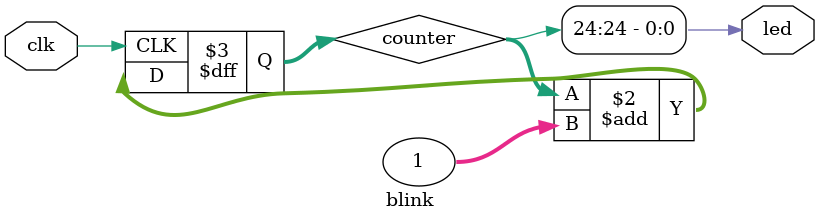
<source format=sv>
module blink (
    input  logic clk,      // 50MHz Clock
    output logic led       // LED 0
);

    // 32-bit counter
    logic [31:0] counter;

    always_ff @(posedge clk) begin
        counter <= counter + 1;
    end

    // Take the 24th bit (approx 1.5Hz blink rate at 50MHz)
    assign led = counter[24];

endmodule
</source>
